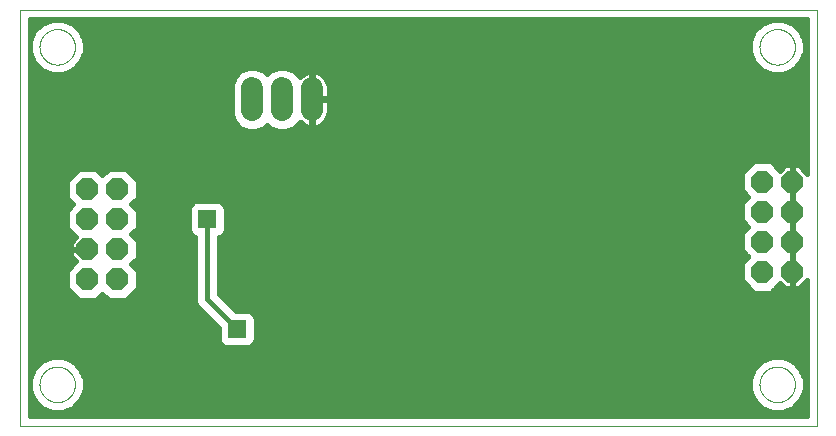
<source format=gbl>
G75*
%MOIN*%
%OFA0B0*%
%FSLAX25Y25*%
%IPPOS*%
%LPD*%
%AMOC8*
5,1,8,0,0,1.08239X$1,22.5*
%
%ADD10C,0.00000*%
%ADD11C,0.07400*%
%ADD12OC8,0.07400*%
%ADD13C,0.01600*%
%ADD14R,0.05906X0.05906*%
D10*
X0001000Y0001000D02*
X0001000Y0139626D01*
X0266614Y0139626D01*
X0266614Y0001000D01*
X0001000Y0001000D01*
X0007519Y0014740D02*
X0007521Y0014893D01*
X0007527Y0015047D01*
X0007537Y0015200D01*
X0007551Y0015352D01*
X0007569Y0015505D01*
X0007591Y0015656D01*
X0007616Y0015807D01*
X0007646Y0015958D01*
X0007680Y0016108D01*
X0007717Y0016256D01*
X0007758Y0016404D01*
X0007803Y0016550D01*
X0007852Y0016696D01*
X0007905Y0016840D01*
X0007961Y0016982D01*
X0008021Y0017123D01*
X0008085Y0017263D01*
X0008152Y0017401D01*
X0008223Y0017537D01*
X0008298Y0017671D01*
X0008375Y0017803D01*
X0008457Y0017933D01*
X0008541Y0018061D01*
X0008629Y0018187D01*
X0008720Y0018310D01*
X0008814Y0018431D01*
X0008912Y0018549D01*
X0009012Y0018665D01*
X0009116Y0018778D01*
X0009222Y0018889D01*
X0009331Y0018997D01*
X0009443Y0019102D01*
X0009557Y0019203D01*
X0009675Y0019302D01*
X0009794Y0019398D01*
X0009916Y0019491D01*
X0010041Y0019580D01*
X0010168Y0019667D01*
X0010297Y0019749D01*
X0010428Y0019829D01*
X0010561Y0019905D01*
X0010696Y0019978D01*
X0010833Y0020047D01*
X0010972Y0020112D01*
X0011112Y0020174D01*
X0011254Y0020232D01*
X0011397Y0020287D01*
X0011542Y0020338D01*
X0011688Y0020385D01*
X0011835Y0020428D01*
X0011983Y0020467D01*
X0012132Y0020503D01*
X0012282Y0020534D01*
X0012433Y0020562D01*
X0012584Y0020586D01*
X0012737Y0020606D01*
X0012889Y0020622D01*
X0013042Y0020634D01*
X0013195Y0020642D01*
X0013348Y0020646D01*
X0013502Y0020646D01*
X0013655Y0020642D01*
X0013808Y0020634D01*
X0013961Y0020622D01*
X0014113Y0020606D01*
X0014266Y0020586D01*
X0014417Y0020562D01*
X0014568Y0020534D01*
X0014718Y0020503D01*
X0014867Y0020467D01*
X0015015Y0020428D01*
X0015162Y0020385D01*
X0015308Y0020338D01*
X0015453Y0020287D01*
X0015596Y0020232D01*
X0015738Y0020174D01*
X0015878Y0020112D01*
X0016017Y0020047D01*
X0016154Y0019978D01*
X0016289Y0019905D01*
X0016422Y0019829D01*
X0016553Y0019749D01*
X0016682Y0019667D01*
X0016809Y0019580D01*
X0016934Y0019491D01*
X0017056Y0019398D01*
X0017175Y0019302D01*
X0017293Y0019203D01*
X0017407Y0019102D01*
X0017519Y0018997D01*
X0017628Y0018889D01*
X0017734Y0018778D01*
X0017838Y0018665D01*
X0017938Y0018549D01*
X0018036Y0018431D01*
X0018130Y0018310D01*
X0018221Y0018187D01*
X0018309Y0018061D01*
X0018393Y0017933D01*
X0018475Y0017803D01*
X0018552Y0017671D01*
X0018627Y0017537D01*
X0018698Y0017401D01*
X0018765Y0017263D01*
X0018829Y0017123D01*
X0018889Y0016982D01*
X0018945Y0016840D01*
X0018998Y0016696D01*
X0019047Y0016550D01*
X0019092Y0016404D01*
X0019133Y0016256D01*
X0019170Y0016108D01*
X0019204Y0015958D01*
X0019234Y0015807D01*
X0019259Y0015656D01*
X0019281Y0015505D01*
X0019299Y0015352D01*
X0019313Y0015200D01*
X0019323Y0015047D01*
X0019329Y0014893D01*
X0019331Y0014740D01*
X0019329Y0014587D01*
X0019323Y0014433D01*
X0019313Y0014280D01*
X0019299Y0014128D01*
X0019281Y0013975D01*
X0019259Y0013824D01*
X0019234Y0013673D01*
X0019204Y0013522D01*
X0019170Y0013372D01*
X0019133Y0013224D01*
X0019092Y0013076D01*
X0019047Y0012930D01*
X0018998Y0012784D01*
X0018945Y0012640D01*
X0018889Y0012498D01*
X0018829Y0012357D01*
X0018765Y0012217D01*
X0018698Y0012079D01*
X0018627Y0011943D01*
X0018552Y0011809D01*
X0018475Y0011677D01*
X0018393Y0011547D01*
X0018309Y0011419D01*
X0018221Y0011293D01*
X0018130Y0011170D01*
X0018036Y0011049D01*
X0017938Y0010931D01*
X0017838Y0010815D01*
X0017734Y0010702D01*
X0017628Y0010591D01*
X0017519Y0010483D01*
X0017407Y0010378D01*
X0017293Y0010277D01*
X0017175Y0010178D01*
X0017056Y0010082D01*
X0016934Y0009989D01*
X0016809Y0009900D01*
X0016682Y0009813D01*
X0016553Y0009731D01*
X0016422Y0009651D01*
X0016289Y0009575D01*
X0016154Y0009502D01*
X0016017Y0009433D01*
X0015878Y0009368D01*
X0015738Y0009306D01*
X0015596Y0009248D01*
X0015453Y0009193D01*
X0015308Y0009142D01*
X0015162Y0009095D01*
X0015015Y0009052D01*
X0014867Y0009013D01*
X0014718Y0008977D01*
X0014568Y0008946D01*
X0014417Y0008918D01*
X0014266Y0008894D01*
X0014113Y0008874D01*
X0013961Y0008858D01*
X0013808Y0008846D01*
X0013655Y0008838D01*
X0013502Y0008834D01*
X0013348Y0008834D01*
X0013195Y0008838D01*
X0013042Y0008846D01*
X0012889Y0008858D01*
X0012737Y0008874D01*
X0012584Y0008894D01*
X0012433Y0008918D01*
X0012282Y0008946D01*
X0012132Y0008977D01*
X0011983Y0009013D01*
X0011835Y0009052D01*
X0011688Y0009095D01*
X0011542Y0009142D01*
X0011397Y0009193D01*
X0011254Y0009248D01*
X0011112Y0009306D01*
X0010972Y0009368D01*
X0010833Y0009433D01*
X0010696Y0009502D01*
X0010561Y0009575D01*
X0010428Y0009651D01*
X0010297Y0009731D01*
X0010168Y0009813D01*
X0010041Y0009900D01*
X0009916Y0009989D01*
X0009794Y0010082D01*
X0009675Y0010178D01*
X0009557Y0010277D01*
X0009443Y0010378D01*
X0009331Y0010483D01*
X0009222Y0010591D01*
X0009116Y0010702D01*
X0009012Y0010815D01*
X0008912Y0010931D01*
X0008814Y0011049D01*
X0008720Y0011170D01*
X0008629Y0011293D01*
X0008541Y0011419D01*
X0008457Y0011547D01*
X0008375Y0011677D01*
X0008298Y0011809D01*
X0008223Y0011943D01*
X0008152Y0012079D01*
X0008085Y0012217D01*
X0008021Y0012357D01*
X0007961Y0012498D01*
X0007905Y0012640D01*
X0007852Y0012784D01*
X0007803Y0012930D01*
X0007758Y0013076D01*
X0007717Y0013224D01*
X0007680Y0013372D01*
X0007646Y0013522D01*
X0007616Y0013673D01*
X0007591Y0013824D01*
X0007569Y0013975D01*
X0007551Y0014128D01*
X0007537Y0014280D01*
X0007527Y0014433D01*
X0007521Y0014587D01*
X0007519Y0014740D01*
X0007519Y0127240D02*
X0007521Y0127393D01*
X0007527Y0127547D01*
X0007537Y0127700D01*
X0007551Y0127852D01*
X0007569Y0128005D01*
X0007591Y0128156D01*
X0007616Y0128307D01*
X0007646Y0128458D01*
X0007680Y0128608D01*
X0007717Y0128756D01*
X0007758Y0128904D01*
X0007803Y0129050D01*
X0007852Y0129196D01*
X0007905Y0129340D01*
X0007961Y0129482D01*
X0008021Y0129623D01*
X0008085Y0129763D01*
X0008152Y0129901D01*
X0008223Y0130037D01*
X0008298Y0130171D01*
X0008375Y0130303D01*
X0008457Y0130433D01*
X0008541Y0130561D01*
X0008629Y0130687D01*
X0008720Y0130810D01*
X0008814Y0130931D01*
X0008912Y0131049D01*
X0009012Y0131165D01*
X0009116Y0131278D01*
X0009222Y0131389D01*
X0009331Y0131497D01*
X0009443Y0131602D01*
X0009557Y0131703D01*
X0009675Y0131802D01*
X0009794Y0131898D01*
X0009916Y0131991D01*
X0010041Y0132080D01*
X0010168Y0132167D01*
X0010297Y0132249D01*
X0010428Y0132329D01*
X0010561Y0132405D01*
X0010696Y0132478D01*
X0010833Y0132547D01*
X0010972Y0132612D01*
X0011112Y0132674D01*
X0011254Y0132732D01*
X0011397Y0132787D01*
X0011542Y0132838D01*
X0011688Y0132885D01*
X0011835Y0132928D01*
X0011983Y0132967D01*
X0012132Y0133003D01*
X0012282Y0133034D01*
X0012433Y0133062D01*
X0012584Y0133086D01*
X0012737Y0133106D01*
X0012889Y0133122D01*
X0013042Y0133134D01*
X0013195Y0133142D01*
X0013348Y0133146D01*
X0013502Y0133146D01*
X0013655Y0133142D01*
X0013808Y0133134D01*
X0013961Y0133122D01*
X0014113Y0133106D01*
X0014266Y0133086D01*
X0014417Y0133062D01*
X0014568Y0133034D01*
X0014718Y0133003D01*
X0014867Y0132967D01*
X0015015Y0132928D01*
X0015162Y0132885D01*
X0015308Y0132838D01*
X0015453Y0132787D01*
X0015596Y0132732D01*
X0015738Y0132674D01*
X0015878Y0132612D01*
X0016017Y0132547D01*
X0016154Y0132478D01*
X0016289Y0132405D01*
X0016422Y0132329D01*
X0016553Y0132249D01*
X0016682Y0132167D01*
X0016809Y0132080D01*
X0016934Y0131991D01*
X0017056Y0131898D01*
X0017175Y0131802D01*
X0017293Y0131703D01*
X0017407Y0131602D01*
X0017519Y0131497D01*
X0017628Y0131389D01*
X0017734Y0131278D01*
X0017838Y0131165D01*
X0017938Y0131049D01*
X0018036Y0130931D01*
X0018130Y0130810D01*
X0018221Y0130687D01*
X0018309Y0130561D01*
X0018393Y0130433D01*
X0018475Y0130303D01*
X0018552Y0130171D01*
X0018627Y0130037D01*
X0018698Y0129901D01*
X0018765Y0129763D01*
X0018829Y0129623D01*
X0018889Y0129482D01*
X0018945Y0129340D01*
X0018998Y0129196D01*
X0019047Y0129050D01*
X0019092Y0128904D01*
X0019133Y0128756D01*
X0019170Y0128608D01*
X0019204Y0128458D01*
X0019234Y0128307D01*
X0019259Y0128156D01*
X0019281Y0128005D01*
X0019299Y0127852D01*
X0019313Y0127700D01*
X0019323Y0127547D01*
X0019329Y0127393D01*
X0019331Y0127240D01*
X0019329Y0127087D01*
X0019323Y0126933D01*
X0019313Y0126780D01*
X0019299Y0126628D01*
X0019281Y0126475D01*
X0019259Y0126324D01*
X0019234Y0126173D01*
X0019204Y0126022D01*
X0019170Y0125872D01*
X0019133Y0125724D01*
X0019092Y0125576D01*
X0019047Y0125430D01*
X0018998Y0125284D01*
X0018945Y0125140D01*
X0018889Y0124998D01*
X0018829Y0124857D01*
X0018765Y0124717D01*
X0018698Y0124579D01*
X0018627Y0124443D01*
X0018552Y0124309D01*
X0018475Y0124177D01*
X0018393Y0124047D01*
X0018309Y0123919D01*
X0018221Y0123793D01*
X0018130Y0123670D01*
X0018036Y0123549D01*
X0017938Y0123431D01*
X0017838Y0123315D01*
X0017734Y0123202D01*
X0017628Y0123091D01*
X0017519Y0122983D01*
X0017407Y0122878D01*
X0017293Y0122777D01*
X0017175Y0122678D01*
X0017056Y0122582D01*
X0016934Y0122489D01*
X0016809Y0122400D01*
X0016682Y0122313D01*
X0016553Y0122231D01*
X0016422Y0122151D01*
X0016289Y0122075D01*
X0016154Y0122002D01*
X0016017Y0121933D01*
X0015878Y0121868D01*
X0015738Y0121806D01*
X0015596Y0121748D01*
X0015453Y0121693D01*
X0015308Y0121642D01*
X0015162Y0121595D01*
X0015015Y0121552D01*
X0014867Y0121513D01*
X0014718Y0121477D01*
X0014568Y0121446D01*
X0014417Y0121418D01*
X0014266Y0121394D01*
X0014113Y0121374D01*
X0013961Y0121358D01*
X0013808Y0121346D01*
X0013655Y0121338D01*
X0013502Y0121334D01*
X0013348Y0121334D01*
X0013195Y0121338D01*
X0013042Y0121346D01*
X0012889Y0121358D01*
X0012737Y0121374D01*
X0012584Y0121394D01*
X0012433Y0121418D01*
X0012282Y0121446D01*
X0012132Y0121477D01*
X0011983Y0121513D01*
X0011835Y0121552D01*
X0011688Y0121595D01*
X0011542Y0121642D01*
X0011397Y0121693D01*
X0011254Y0121748D01*
X0011112Y0121806D01*
X0010972Y0121868D01*
X0010833Y0121933D01*
X0010696Y0122002D01*
X0010561Y0122075D01*
X0010428Y0122151D01*
X0010297Y0122231D01*
X0010168Y0122313D01*
X0010041Y0122400D01*
X0009916Y0122489D01*
X0009794Y0122582D01*
X0009675Y0122678D01*
X0009557Y0122777D01*
X0009443Y0122878D01*
X0009331Y0122983D01*
X0009222Y0123091D01*
X0009116Y0123202D01*
X0009012Y0123315D01*
X0008912Y0123431D01*
X0008814Y0123549D01*
X0008720Y0123670D01*
X0008629Y0123793D01*
X0008541Y0123919D01*
X0008457Y0124047D01*
X0008375Y0124177D01*
X0008298Y0124309D01*
X0008223Y0124443D01*
X0008152Y0124579D01*
X0008085Y0124717D01*
X0008021Y0124857D01*
X0007961Y0124998D01*
X0007905Y0125140D01*
X0007852Y0125284D01*
X0007803Y0125430D01*
X0007758Y0125576D01*
X0007717Y0125724D01*
X0007680Y0125872D01*
X0007646Y0126022D01*
X0007616Y0126173D01*
X0007591Y0126324D01*
X0007569Y0126475D01*
X0007551Y0126628D01*
X0007537Y0126780D01*
X0007527Y0126933D01*
X0007521Y0127087D01*
X0007519Y0127240D01*
X0247519Y0127240D02*
X0247521Y0127393D01*
X0247527Y0127547D01*
X0247537Y0127700D01*
X0247551Y0127852D01*
X0247569Y0128005D01*
X0247591Y0128156D01*
X0247616Y0128307D01*
X0247646Y0128458D01*
X0247680Y0128608D01*
X0247717Y0128756D01*
X0247758Y0128904D01*
X0247803Y0129050D01*
X0247852Y0129196D01*
X0247905Y0129340D01*
X0247961Y0129482D01*
X0248021Y0129623D01*
X0248085Y0129763D01*
X0248152Y0129901D01*
X0248223Y0130037D01*
X0248298Y0130171D01*
X0248375Y0130303D01*
X0248457Y0130433D01*
X0248541Y0130561D01*
X0248629Y0130687D01*
X0248720Y0130810D01*
X0248814Y0130931D01*
X0248912Y0131049D01*
X0249012Y0131165D01*
X0249116Y0131278D01*
X0249222Y0131389D01*
X0249331Y0131497D01*
X0249443Y0131602D01*
X0249557Y0131703D01*
X0249675Y0131802D01*
X0249794Y0131898D01*
X0249916Y0131991D01*
X0250041Y0132080D01*
X0250168Y0132167D01*
X0250297Y0132249D01*
X0250428Y0132329D01*
X0250561Y0132405D01*
X0250696Y0132478D01*
X0250833Y0132547D01*
X0250972Y0132612D01*
X0251112Y0132674D01*
X0251254Y0132732D01*
X0251397Y0132787D01*
X0251542Y0132838D01*
X0251688Y0132885D01*
X0251835Y0132928D01*
X0251983Y0132967D01*
X0252132Y0133003D01*
X0252282Y0133034D01*
X0252433Y0133062D01*
X0252584Y0133086D01*
X0252737Y0133106D01*
X0252889Y0133122D01*
X0253042Y0133134D01*
X0253195Y0133142D01*
X0253348Y0133146D01*
X0253502Y0133146D01*
X0253655Y0133142D01*
X0253808Y0133134D01*
X0253961Y0133122D01*
X0254113Y0133106D01*
X0254266Y0133086D01*
X0254417Y0133062D01*
X0254568Y0133034D01*
X0254718Y0133003D01*
X0254867Y0132967D01*
X0255015Y0132928D01*
X0255162Y0132885D01*
X0255308Y0132838D01*
X0255453Y0132787D01*
X0255596Y0132732D01*
X0255738Y0132674D01*
X0255878Y0132612D01*
X0256017Y0132547D01*
X0256154Y0132478D01*
X0256289Y0132405D01*
X0256422Y0132329D01*
X0256553Y0132249D01*
X0256682Y0132167D01*
X0256809Y0132080D01*
X0256934Y0131991D01*
X0257056Y0131898D01*
X0257175Y0131802D01*
X0257293Y0131703D01*
X0257407Y0131602D01*
X0257519Y0131497D01*
X0257628Y0131389D01*
X0257734Y0131278D01*
X0257838Y0131165D01*
X0257938Y0131049D01*
X0258036Y0130931D01*
X0258130Y0130810D01*
X0258221Y0130687D01*
X0258309Y0130561D01*
X0258393Y0130433D01*
X0258475Y0130303D01*
X0258552Y0130171D01*
X0258627Y0130037D01*
X0258698Y0129901D01*
X0258765Y0129763D01*
X0258829Y0129623D01*
X0258889Y0129482D01*
X0258945Y0129340D01*
X0258998Y0129196D01*
X0259047Y0129050D01*
X0259092Y0128904D01*
X0259133Y0128756D01*
X0259170Y0128608D01*
X0259204Y0128458D01*
X0259234Y0128307D01*
X0259259Y0128156D01*
X0259281Y0128005D01*
X0259299Y0127852D01*
X0259313Y0127700D01*
X0259323Y0127547D01*
X0259329Y0127393D01*
X0259331Y0127240D01*
X0259329Y0127087D01*
X0259323Y0126933D01*
X0259313Y0126780D01*
X0259299Y0126628D01*
X0259281Y0126475D01*
X0259259Y0126324D01*
X0259234Y0126173D01*
X0259204Y0126022D01*
X0259170Y0125872D01*
X0259133Y0125724D01*
X0259092Y0125576D01*
X0259047Y0125430D01*
X0258998Y0125284D01*
X0258945Y0125140D01*
X0258889Y0124998D01*
X0258829Y0124857D01*
X0258765Y0124717D01*
X0258698Y0124579D01*
X0258627Y0124443D01*
X0258552Y0124309D01*
X0258475Y0124177D01*
X0258393Y0124047D01*
X0258309Y0123919D01*
X0258221Y0123793D01*
X0258130Y0123670D01*
X0258036Y0123549D01*
X0257938Y0123431D01*
X0257838Y0123315D01*
X0257734Y0123202D01*
X0257628Y0123091D01*
X0257519Y0122983D01*
X0257407Y0122878D01*
X0257293Y0122777D01*
X0257175Y0122678D01*
X0257056Y0122582D01*
X0256934Y0122489D01*
X0256809Y0122400D01*
X0256682Y0122313D01*
X0256553Y0122231D01*
X0256422Y0122151D01*
X0256289Y0122075D01*
X0256154Y0122002D01*
X0256017Y0121933D01*
X0255878Y0121868D01*
X0255738Y0121806D01*
X0255596Y0121748D01*
X0255453Y0121693D01*
X0255308Y0121642D01*
X0255162Y0121595D01*
X0255015Y0121552D01*
X0254867Y0121513D01*
X0254718Y0121477D01*
X0254568Y0121446D01*
X0254417Y0121418D01*
X0254266Y0121394D01*
X0254113Y0121374D01*
X0253961Y0121358D01*
X0253808Y0121346D01*
X0253655Y0121338D01*
X0253502Y0121334D01*
X0253348Y0121334D01*
X0253195Y0121338D01*
X0253042Y0121346D01*
X0252889Y0121358D01*
X0252737Y0121374D01*
X0252584Y0121394D01*
X0252433Y0121418D01*
X0252282Y0121446D01*
X0252132Y0121477D01*
X0251983Y0121513D01*
X0251835Y0121552D01*
X0251688Y0121595D01*
X0251542Y0121642D01*
X0251397Y0121693D01*
X0251254Y0121748D01*
X0251112Y0121806D01*
X0250972Y0121868D01*
X0250833Y0121933D01*
X0250696Y0122002D01*
X0250561Y0122075D01*
X0250428Y0122151D01*
X0250297Y0122231D01*
X0250168Y0122313D01*
X0250041Y0122400D01*
X0249916Y0122489D01*
X0249794Y0122582D01*
X0249675Y0122678D01*
X0249557Y0122777D01*
X0249443Y0122878D01*
X0249331Y0122983D01*
X0249222Y0123091D01*
X0249116Y0123202D01*
X0249012Y0123315D01*
X0248912Y0123431D01*
X0248814Y0123549D01*
X0248720Y0123670D01*
X0248629Y0123793D01*
X0248541Y0123919D01*
X0248457Y0124047D01*
X0248375Y0124177D01*
X0248298Y0124309D01*
X0248223Y0124443D01*
X0248152Y0124579D01*
X0248085Y0124717D01*
X0248021Y0124857D01*
X0247961Y0124998D01*
X0247905Y0125140D01*
X0247852Y0125284D01*
X0247803Y0125430D01*
X0247758Y0125576D01*
X0247717Y0125724D01*
X0247680Y0125872D01*
X0247646Y0126022D01*
X0247616Y0126173D01*
X0247591Y0126324D01*
X0247569Y0126475D01*
X0247551Y0126628D01*
X0247537Y0126780D01*
X0247527Y0126933D01*
X0247521Y0127087D01*
X0247519Y0127240D01*
X0247519Y0014740D02*
X0247521Y0014893D01*
X0247527Y0015047D01*
X0247537Y0015200D01*
X0247551Y0015352D01*
X0247569Y0015505D01*
X0247591Y0015656D01*
X0247616Y0015807D01*
X0247646Y0015958D01*
X0247680Y0016108D01*
X0247717Y0016256D01*
X0247758Y0016404D01*
X0247803Y0016550D01*
X0247852Y0016696D01*
X0247905Y0016840D01*
X0247961Y0016982D01*
X0248021Y0017123D01*
X0248085Y0017263D01*
X0248152Y0017401D01*
X0248223Y0017537D01*
X0248298Y0017671D01*
X0248375Y0017803D01*
X0248457Y0017933D01*
X0248541Y0018061D01*
X0248629Y0018187D01*
X0248720Y0018310D01*
X0248814Y0018431D01*
X0248912Y0018549D01*
X0249012Y0018665D01*
X0249116Y0018778D01*
X0249222Y0018889D01*
X0249331Y0018997D01*
X0249443Y0019102D01*
X0249557Y0019203D01*
X0249675Y0019302D01*
X0249794Y0019398D01*
X0249916Y0019491D01*
X0250041Y0019580D01*
X0250168Y0019667D01*
X0250297Y0019749D01*
X0250428Y0019829D01*
X0250561Y0019905D01*
X0250696Y0019978D01*
X0250833Y0020047D01*
X0250972Y0020112D01*
X0251112Y0020174D01*
X0251254Y0020232D01*
X0251397Y0020287D01*
X0251542Y0020338D01*
X0251688Y0020385D01*
X0251835Y0020428D01*
X0251983Y0020467D01*
X0252132Y0020503D01*
X0252282Y0020534D01*
X0252433Y0020562D01*
X0252584Y0020586D01*
X0252737Y0020606D01*
X0252889Y0020622D01*
X0253042Y0020634D01*
X0253195Y0020642D01*
X0253348Y0020646D01*
X0253502Y0020646D01*
X0253655Y0020642D01*
X0253808Y0020634D01*
X0253961Y0020622D01*
X0254113Y0020606D01*
X0254266Y0020586D01*
X0254417Y0020562D01*
X0254568Y0020534D01*
X0254718Y0020503D01*
X0254867Y0020467D01*
X0255015Y0020428D01*
X0255162Y0020385D01*
X0255308Y0020338D01*
X0255453Y0020287D01*
X0255596Y0020232D01*
X0255738Y0020174D01*
X0255878Y0020112D01*
X0256017Y0020047D01*
X0256154Y0019978D01*
X0256289Y0019905D01*
X0256422Y0019829D01*
X0256553Y0019749D01*
X0256682Y0019667D01*
X0256809Y0019580D01*
X0256934Y0019491D01*
X0257056Y0019398D01*
X0257175Y0019302D01*
X0257293Y0019203D01*
X0257407Y0019102D01*
X0257519Y0018997D01*
X0257628Y0018889D01*
X0257734Y0018778D01*
X0257838Y0018665D01*
X0257938Y0018549D01*
X0258036Y0018431D01*
X0258130Y0018310D01*
X0258221Y0018187D01*
X0258309Y0018061D01*
X0258393Y0017933D01*
X0258475Y0017803D01*
X0258552Y0017671D01*
X0258627Y0017537D01*
X0258698Y0017401D01*
X0258765Y0017263D01*
X0258829Y0017123D01*
X0258889Y0016982D01*
X0258945Y0016840D01*
X0258998Y0016696D01*
X0259047Y0016550D01*
X0259092Y0016404D01*
X0259133Y0016256D01*
X0259170Y0016108D01*
X0259204Y0015958D01*
X0259234Y0015807D01*
X0259259Y0015656D01*
X0259281Y0015505D01*
X0259299Y0015352D01*
X0259313Y0015200D01*
X0259323Y0015047D01*
X0259329Y0014893D01*
X0259331Y0014740D01*
X0259329Y0014587D01*
X0259323Y0014433D01*
X0259313Y0014280D01*
X0259299Y0014128D01*
X0259281Y0013975D01*
X0259259Y0013824D01*
X0259234Y0013673D01*
X0259204Y0013522D01*
X0259170Y0013372D01*
X0259133Y0013224D01*
X0259092Y0013076D01*
X0259047Y0012930D01*
X0258998Y0012784D01*
X0258945Y0012640D01*
X0258889Y0012498D01*
X0258829Y0012357D01*
X0258765Y0012217D01*
X0258698Y0012079D01*
X0258627Y0011943D01*
X0258552Y0011809D01*
X0258475Y0011677D01*
X0258393Y0011547D01*
X0258309Y0011419D01*
X0258221Y0011293D01*
X0258130Y0011170D01*
X0258036Y0011049D01*
X0257938Y0010931D01*
X0257838Y0010815D01*
X0257734Y0010702D01*
X0257628Y0010591D01*
X0257519Y0010483D01*
X0257407Y0010378D01*
X0257293Y0010277D01*
X0257175Y0010178D01*
X0257056Y0010082D01*
X0256934Y0009989D01*
X0256809Y0009900D01*
X0256682Y0009813D01*
X0256553Y0009731D01*
X0256422Y0009651D01*
X0256289Y0009575D01*
X0256154Y0009502D01*
X0256017Y0009433D01*
X0255878Y0009368D01*
X0255738Y0009306D01*
X0255596Y0009248D01*
X0255453Y0009193D01*
X0255308Y0009142D01*
X0255162Y0009095D01*
X0255015Y0009052D01*
X0254867Y0009013D01*
X0254718Y0008977D01*
X0254568Y0008946D01*
X0254417Y0008918D01*
X0254266Y0008894D01*
X0254113Y0008874D01*
X0253961Y0008858D01*
X0253808Y0008846D01*
X0253655Y0008838D01*
X0253502Y0008834D01*
X0253348Y0008834D01*
X0253195Y0008838D01*
X0253042Y0008846D01*
X0252889Y0008858D01*
X0252737Y0008874D01*
X0252584Y0008894D01*
X0252433Y0008918D01*
X0252282Y0008946D01*
X0252132Y0008977D01*
X0251983Y0009013D01*
X0251835Y0009052D01*
X0251688Y0009095D01*
X0251542Y0009142D01*
X0251397Y0009193D01*
X0251254Y0009248D01*
X0251112Y0009306D01*
X0250972Y0009368D01*
X0250833Y0009433D01*
X0250696Y0009502D01*
X0250561Y0009575D01*
X0250428Y0009651D01*
X0250297Y0009731D01*
X0250168Y0009813D01*
X0250041Y0009900D01*
X0249916Y0009989D01*
X0249794Y0010082D01*
X0249675Y0010178D01*
X0249557Y0010277D01*
X0249443Y0010378D01*
X0249331Y0010483D01*
X0249222Y0010591D01*
X0249116Y0010702D01*
X0249012Y0010815D01*
X0248912Y0010931D01*
X0248814Y0011049D01*
X0248720Y0011170D01*
X0248629Y0011293D01*
X0248541Y0011419D01*
X0248457Y0011547D01*
X0248375Y0011677D01*
X0248298Y0011809D01*
X0248223Y0011943D01*
X0248152Y0012079D01*
X0248085Y0012217D01*
X0248021Y0012357D01*
X0247961Y0012498D01*
X0247905Y0012640D01*
X0247852Y0012784D01*
X0247803Y0012930D01*
X0247758Y0013076D01*
X0247717Y0013224D01*
X0247680Y0013372D01*
X0247646Y0013522D01*
X0247616Y0013673D01*
X0247591Y0013824D01*
X0247569Y0013975D01*
X0247551Y0014128D01*
X0247537Y0014280D01*
X0247527Y0014433D01*
X0247521Y0014587D01*
X0247519Y0014740D01*
D11*
X0098425Y0106040D02*
X0098425Y0113440D01*
X0088425Y0113440D02*
X0088425Y0106040D01*
X0078425Y0106040D02*
X0078425Y0113440D01*
D12*
X0033425Y0079740D03*
X0023425Y0079740D03*
X0023425Y0069740D03*
X0033425Y0069740D03*
X0033425Y0059740D03*
X0023425Y0059740D03*
X0023425Y0049740D03*
X0033425Y0049740D03*
X0248425Y0052240D03*
X0258425Y0052240D03*
X0258425Y0062240D03*
X0248425Y0062240D03*
X0248425Y0072240D03*
X0258425Y0072240D03*
X0258425Y0082240D03*
X0248425Y0082240D03*
D13*
X0243667Y0077240D02*
X0241525Y0079382D01*
X0241525Y0085098D01*
X0245567Y0089140D01*
X0251283Y0089140D01*
X0254415Y0086008D01*
X0256147Y0087740D01*
X0258225Y0087740D01*
X0258225Y0082440D01*
X0258625Y0082440D01*
X0258625Y0087740D01*
X0260703Y0087740D01*
X0263414Y0085029D01*
X0263414Y0136369D01*
X0004200Y0136369D01*
X0004200Y0004200D01*
X0263414Y0004200D01*
X0263414Y0049451D01*
X0260703Y0046740D01*
X0258625Y0046740D01*
X0258625Y0052040D01*
X0258225Y0052040D01*
X0258225Y0046740D01*
X0256147Y0046740D01*
X0254415Y0048472D01*
X0251283Y0045340D01*
X0245567Y0045340D01*
X0241525Y0049382D01*
X0241525Y0055098D01*
X0243667Y0057240D01*
X0241525Y0059382D01*
X0241525Y0065098D01*
X0243667Y0067240D01*
X0241525Y0069382D01*
X0241525Y0075098D01*
X0243667Y0077240D01*
X0242988Y0076562D02*
X0040005Y0076562D01*
X0040325Y0076882D02*
X0038183Y0074740D01*
X0040325Y0072598D01*
X0040325Y0066882D01*
X0038183Y0064740D01*
X0040325Y0062598D01*
X0040325Y0056882D01*
X0038183Y0054740D01*
X0040325Y0052598D01*
X0040325Y0046882D01*
X0036283Y0042840D01*
X0030567Y0042840D01*
X0028425Y0044982D01*
X0026283Y0042840D01*
X0020567Y0042840D01*
X0016525Y0046882D01*
X0016525Y0052598D01*
X0019657Y0055730D01*
X0017925Y0057462D01*
X0017925Y0059540D01*
X0023225Y0059540D01*
X0023225Y0059940D01*
X0017925Y0059940D01*
X0017925Y0062018D01*
X0019657Y0063750D01*
X0016525Y0066882D01*
X0016525Y0072598D01*
X0018667Y0074740D01*
X0016525Y0076882D01*
X0016525Y0082598D01*
X0020567Y0086640D01*
X0026283Y0086640D01*
X0028425Y0084498D01*
X0030567Y0086640D01*
X0036283Y0086640D01*
X0040325Y0082598D01*
X0040325Y0076882D01*
X0040325Y0078160D02*
X0242747Y0078160D01*
X0241525Y0079759D02*
X0040325Y0079759D01*
X0040325Y0081357D02*
X0241525Y0081357D01*
X0241525Y0082956D02*
X0039968Y0082956D01*
X0038369Y0084554D02*
X0241525Y0084554D01*
X0242580Y0086153D02*
X0036771Y0086153D01*
X0030080Y0086153D02*
X0026771Y0086153D01*
X0028369Y0084554D02*
X0028481Y0084554D01*
X0020080Y0086153D02*
X0004200Y0086153D01*
X0004200Y0087751D02*
X0244178Y0087751D01*
X0252672Y0087751D02*
X0263414Y0087751D01*
X0263414Y0086153D02*
X0262291Y0086153D01*
X0263414Y0089350D02*
X0004200Y0089350D01*
X0004200Y0090948D02*
X0263414Y0090948D01*
X0263414Y0092547D02*
X0004200Y0092547D01*
X0004200Y0094145D02*
X0263414Y0094145D01*
X0263414Y0095744D02*
X0004200Y0095744D01*
X0004200Y0097342D02*
X0263414Y0097342D01*
X0263414Y0098941D02*
X0004200Y0098941D01*
X0004200Y0100539D02*
X0074168Y0100539D01*
X0074517Y0100191D02*
X0077053Y0099140D01*
X0079798Y0099140D01*
X0082334Y0100191D01*
X0083425Y0101282D01*
X0084517Y0100191D01*
X0087053Y0099140D01*
X0089798Y0099140D01*
X0092334Y0100191D01*
X0094275Y0102132D01*
X0094357Y0102330D01*
X0094842Y0101845D01*
X0095543Y0101336D01*
X0096314Y0100943D01*
X0097137Y0100676D01*
X0097992Y0100540D01*
X0098125Y0100540D01*
X0098125Y0109440D01*
X0098725Y0109440D01*
X0098725Y0100540D01*
X0098858Y0100540D01*
X0099713Y0100676D01*
X0100536Y0100943D01*
X0101308Y0101336D01*
X0102008Y0101845D01*
X0102620Y0102457D01*
X0103129Y0103158D01*
X0103522Y0103929D01*
X0103790Y0104752D01*
X0103925Y0105607D01*
X0103925Y0109440D01*
X0098725Y0109440D01*
X0098725Y0110040D01*
X0098125Y0110040D01*
X0098125Y0118940D01*
X0097992Y0118940D01*
X0097137Y0118805D01*
X0096314Y0118537D01*
X0095543Y0118144D01*
X0094842Y0117635D01*
X0094357Y0117150D01*
X0094275Y0117349D01*
X0092334Y0119290D01*
X0089798Y0120340D01*
X0087053Y0120340D01*
X0084517Y0119290D01*
X0083425Y0118198D01*
X0082334Y0119290D01*
X0079798Y0120340D01*
X0077053Y0120340D01*
X0074517Y0119290D01*
X0072576Y0117349D01*
X0071525Y0114813D01*
X0071525Y0104668D01*
X0072576Y0102132D01*
X0074517Y0100191D01*
X0072573Y0102138D02*
X0004200Y0102138D01*
X0004200Y0103736D02*
X0071911Y0103736D01*
X0071525Y0105335D02*
X0004200Y0105335D01*
X0004200Y0106933D02*
X0071525Y0106933D01*
X0071525Y0108532D02*
X0004200Y0108532D01*
X0004200Y0110130D02*
X0071525Y0110130D01*
X0071525Y0111729D02*
X0004200Y0111729D01*
X0004200Y0113327D02*
X0071525Y0113327D01*
X0071572Y0114926D02*
X0004200Y0114926D01*
X0004200Y0116524D02*
X0072234Y0116524D01*
X0073350Y0118123D02*
X0004200Y0118123D01*
X0004200Y0119721D02*
X0008067Y0119721D01*
X0008267Y0119521D02*
X0005706Y0122082D01*
X0004320Y0125429D01*
X0004320Y0129051D01*
X0005706Y0132398D01*
X0008267Y0134959D01*
X0011614Y0136346D01*
X0015236Y0136346D01*
X0018583Y0134959D01*
X0021144Y0132398D01*
X0022531Y0129051D01*
X0022531Y0125429D01*
X0021144Y0122082D01*
X0018583Y0119521D01*
X0015236Y0118135D01*
X0011614Y0118135D01*
X0008267Y0119521D01*
X0006468Y0121320D02*
X0004200Y0121320D01*
X0004200Y0122918D02*
X0005360Y0122918D01*
X0004697Y0124517D02*
X0004200Y0124517D01*
X0004200Y0126115D02*
X0004320Y0126115D01*
X0004320Y0127714D02*
X0004200Y0127714D01*
X0004200Y0129312D02*
X0004428Y0129312D01*
X0004200Y0130911D02*
X0005090Y0130911D01*
X0005817Y0132509D02*
X0004200Y0132509D01*
X0004200Y0134108D02*
X0007416Y0134108D01*
X0010071Y0135706D02*
X0004200Y0135706D01*
X0016780Y0135706D02*
X0250071Y0135706D01*
X0251614Y0136346D02*
X0248267Y0134959D01*
X0245706Y0132398D01*
X0244320Y0129051D01*
X0244320Y0125429D01*
X0245706Y0122082D01*
X0248267Y0119521D01*
X0251614Y0118135D01*
X0255236Y0118135D01*
X0258583Y0119521D01*
X0261144Y0122082D01*
X0262531Y0125429D01*
X0262531Y0129051D01*
X0261144Y0132398D01*
X0258583Y0134959D01*
X0255236Y0136346D01*
X0251614Y0136346D01*
X0256780Y0135706D02*
X0263414Y0135706D01*
X0263414Y0134108D02*
X0259435Y0134108D01*
X0261033Y0132509D02*
X0263414Y0132509D01*
X0263414Y0130911D02*
X0261760Y0130911D01*
X0262423Y0129312D02*
X0263414Y0129312D01*
X0263414Y0127714D02*
X0262531Y0127714D01*
X0262531Y0126115D02*
X0263414Y0126115D01*
X0263414Y0124517D02*
X0262153Y0124517D01*
X0261491Y0122918D02*
X0263414Y0122918D01*
X0263414Y0121320D02*
X0260382Y0121320D01*
X0258783Y0119721D02*
X0263414Y0119721D01*
X0263414Y0118123D02*
X0101337Y0118123D01*
X0101308Y0118144D02*
X0100536Y0118537D01*
X0099713Y0118805D01*
X0098858Y0118940D01*
X0098725Y0118940D01*
X0098725Y0110040D01*
X0103925Y0110040D01*
X0103925Y0113873D01*
X0103790Y0114728D01*
X0103522Y0115551D01*
X0103129Y0116323D01*
X0102620Y0117023D01*
X0102008Y0117635D01*
X0101308Y0118144D01*
X0098725Y0118123D02*
X0098125Y0118123D01*
X0098125Y0116524D02*
X0098725Y0116524D01*
X0098725Y0114926D02*
X0098125Y0114926D01*
X0098125Y0113327D02*
X0098725Y0113327D01*
X0098725Y0111729D02*
X0098125Y0111729D01*
X0098125Y0110130D02*
X0098725Y0110130D01*
X0098725Y0108532D02*
X0098125Y0108532D01*
X0098125Y0106933D02*
X0098725Y0106933D01*
X0098725Y0105335D02*
X0098125Y0105335D01*
X0098125Y0103736D02*
X0098725Y0103736D01*
X0098725Y0102138D02*
X0098125Y0102138D01*
X0094549Y0102138D02*
X0094277Y0102138D01*
X0092682Y0100539D02*
X0263414Y0100539D01*
X0263414Y0102138D02*
X0102301Y0102138D01*
X0103424Y0103736D02*
X0263414Y0103736D01*
X0263414Y0105335D02*
X0103882Y0105335D01*
X0103925Y0106933D02*
X0263414Y0106933D01*
X0263414Y0108532D02*
X0103925Y0108532D01*
X0103925Y0110130D02*
X0263414Y0110130D01*
X0263414Y0111729D02*
X0103925Y0111729D01*
X0103925Y0113327D02*
X0263414Y0113327D01*
X0263414Y0114926D02*
X0103726Y0114926D01*
X0102983Y0116524D02*
X0263414Y0116524D01*
X0248067Y0119721D02*
X0091292Y0119721D01*
X0093501Y0118123D02*
X0095513Y0118123D01*
X0085559Y0119721D02*
X0081292Y0119721D01*
X0075559Y0119721D02*
X0018783Y0119721D01*
X0020382Y0121320D02*
X0246468Y0121320D01*
X0245360Y0122918D02*
X0021491Y0122918D01*
X0022153Y0124517D02*
X0244697Y0124517D01*
X0244320Y0126115D02*
X0022531Y0126115D01*
X0022531Y0127714D02*
X0244320Y0127714D01*
X0244428Y0129312D02*
X0022423Y0129312D01*
X0021760Y0130911D02*
X0245090Y0130911D01*
X0245817Y0132509D02*
X0021033Y0132509D01*
X0019435Y0134108D02*
X0247416Y0134108D01*
X0254271Y0086153D02*
X0254559Y0086153D01*
X0258225Y0086153D02*
X0258625Y0086153D01*
X0258625Y0084554D02*
X0258225Y0084554D01*
X0258225Y0082956D02*
X0258625Y0082956D01*
X0258625Y0082040D02*
X0258625Y0076740D01*
X0258625Y0072440D01*
X0258225Y0072440D01*
X0258225Y0082040D01*
X0258625Y0082040D01*
X0258625Y0081357D02*
X0258225Y0081357D01*
X0258225Y0079759D02*
X0258625Y0079759D01*
X0258625Y0078160D02*
X0258225Y0078160D01*
X0258225Y0076562D02*
X0258625Y0076562D01*
X0258625Y0074963D02*
X0258225Y0074963D01*
X0258225Y0073365D02*
X0258625Y0073365D01*
X0258625Y0072040D02*
X0258625Y0066740D01*
X0258625Y0062440D01*
X0258225Y0062440D01*
X0258225Y0072040D01*
X0258625Y0072040D01*
X0258625Y0071766D02*
X0258225Y0071766D01*
X0258225Y0070167D02*
X0258625Y0070167D01*
X0258625Y0068569D02*
X0258225Y0068569D01*
X0258225Y0066970D02*
X0258625Y0066970D01*
X0258625Y0065372D02*
X0258225Y0065372D01*
X0258225Y0063773D02*
X0258625Y0063773D01*
X0258625Y0062040D02*
X0258625Y0056740D01*
X0258625Y0052440D01*
X0258225Y0052440D01*
X0258225Y0062040D01*
X0258625Y0062040D01*
X0258625Y0060576D02*
X0258225Y0060576D01*
X0258225Y0058978D02*
X0258625Y0058978D01*
X0258625Y0057379D02*
X0258225Y0057379D01*
X0258225Y0055781D02*
X0258625Y0055781D01*
X0258625Y0054182D02*
X0258225Y0054182D01*
X0258225Y0052584D02*
X0258625Y0052584D01*
X0258625Y0050985D02*
X0258225Y0050985D01*
X0258225Y0049387D02*
X0258625Y0049387D01*
X0258625Y0047788D02*
X0258225Y0047788D01*
X0255099Y0047788D02*
X0253731Y0047788D01*
X0252133Y0046190D02*
X0263414Y0046190D01*
X0263414Y0047788D02*
X0261752Y0047788D01*
X0263350Y0049387D02*
X0263414Y0049387D01*
X0263414Y0044591D02*
X0067676Y0044591D01*
X0067435Y0044831D02*
X0067428Y0063759D01*
X0068191Y0064075D01*
X0069091Y0064975D01*
X0069578Y0066151D01*
X0069578Y0073329D01*
X0069091Y0074506D01*
X0068191Y0075406D01*
X0067014Y0075893D01*
X0059836Y0075893D01*
X0058660Y0075406D01*
X0057760Y0074506D01*
X0057272Y0073329D01*
X0057272Y0066151D01*
X0057760Y0064975D01*
X0058660Y0064075D01*
X0059428Y0063757D01*
X0059436Y0043962D01*
X0059435Y0043959D01*
X0059436Y0043165D01*
X0059437Y0042373D01*
X0059437Y0042371D01*
X0059437Y0042368D01*
X0059742Y0041635D01*
X0060046Y0040903D01*
X0060048Y0040901D01*
X0060049Y0040899D01*
X0060610Y0040339D01*
X0061172Y0039778D01*
X0061174Y0039777D01*
X0067272Y0033698D01*
X0067272Y0029623D01*
X0067760Y0028447D01*
X0068660Y0027547D01*
X0069836Y0027060D01*
X0077014Y0027060D01*
X0078191Y0027547D01*
X0079091Y0028447D01*
X0079578Y0029623D01*
X0079578Y0036802D01*
X0079091Y0037978D01*
X0078191Y0038878D01*
X0077014Y0039365D01*
X0072919Y0039365D01*
X0067435Y0044831D01*
X0067435Y0046190D02*
X0244717Y0046190D01*
X0243119Y0047788D02*
X0067434Y0047788D01*
X0067434Y0049387D02*
X0241525Y0049387D01*
X0241525Y0050985D02*
X0067433Y0050985D01*
X0067432Y0052584D02*
X0241525Y0052584D01*
X0241525Y0054182D02*
X0067432Y0054182D01*
X0067431Y0055781D02*
X0242208Y0055781D01*
X0243528Y0057379D02*
X0067430Y0057379D01*
X0067430Y0058978D02*
X0241929Y0058978D01*
X0241525Y0060576D02*
X0067429Y0060576D01*
X0067428Y0062175D02*
X0241525Y0062175D01*
X0241525Y0063773D02*
X0067464Y0063773D01*
X0069255Y0065372D02*
X0241799Y0065372D01*
X0243397Y0066970D02*
X0069578Y0066970D01*
X0069578Y0068569D02*
X0242338Y0068569D01*
X0241525Y0070167D02*
X0069578Y0070167D01*
X0069578Y0071766D02*
X0241525Y0071766D01*
X0241525Y0073365D02*
X0069563Y0073365D01*
X0068633Y0074963D02*
X0241525Y0074963D01*
X0263414Y0042993D02*
X0069280Y0042993D01*
X0070883Y0041394D02*
X0263414Y0041394D01*
X0263414Y0039796D02*
X0072487Y0039796D01*
X0078871Y0038197D02*
X0263414Y0038197D01*
X0263414Y0036599D02*
X0079578Y0036599D01*
X0079578Y0035000D02*
X0263414Y0035000D01*
X0263414Y0033402D02*
X0079578Y0033402D01*
X0079578Y0031803D02*
X0263414Y0031803D01*
X0263414Y0030205D02*
X0079578Y0030205D01*
X0079157Y0028606D02*
X0263414Y0028606D01*
X0263414Y0027008D02*
X0004200Y0027008D01*
X0004200Y0028606D02*
X0067694Y0028606D01*
X0067272Y0030205D02*
X0004200Y0030205D01*
X0004200Y0031803D02*
X0067272Y0031803D01*
X0067272Y0033402D02*
X0004200Y0033402D01*
X0004200Y0035000D02*
X0065966Y0035000D01*
X0064362Y0036599D02*
X0004200Y0036599D01*
X0004200Y0038197D02*
X0062759Y0038197D01*
X0061154Y0039796D02*
X0004200Y0039796D01*
X0004200Y0041394D02*
X0059842Y0041394D01*
X0059436Y0042993D02*
X0036436Y0042993D01*
X0038034Y0044591D02*
X0059436Y0044591D01*
X0059435Y0046190D02*
X0039633Y0046190D01*
X0040325Y0047788D02*
X0059434Y0047788D01*
X0059434Y0049387D02*
X0040325Y0049387D01*
X0040325Y0050985D02*
X0059433Y0050985D01*
X0059432Y0052584D02*
X0040325Y0052584D01*
X0038741Y0054182D02*
X0059432Y0054182D01*
X0059431Y0055781D02*
X0039224Y0055781D01*
X0040325Y0057379D02*
X0059430Y0057379D01*
X0059430Y0058978D02*
X0040325Y0058978D01*
X0040325Y0060576D02*
X0059429Y0060576D01*
X0059428Y0062175D02*
X0040325Y0062175D01*
X0039150Y0063773D02*
X0059387Y0063773D01*
X0057595Y0065372D02*
X0038815Y0065372D01*
X0040325Y0066970D02*
X0057272Y0066970D01*
X0057272Y0068569D02*
X0040325Y0068569D01*
X0040325Y0070167D02*
X0057272Y0070167D01*
X0057272Y0071766D02*
X0040325Y0071766D01*
X0039559Y0073365D02*
X0057287Y0073365D01*
X0058217Y0074963D02*
X0038406Y0074963D01*
X0018444Y0074963D02*
X0004200Y0074963D01*
X0004200Y0073365D02*
X0017291Y0073365D01*
X0016525Y0071766D02*
X0004200Y0071766D01*
X0004200Y0070167D02*
X0016525Y0070167D01*
X0016525Y0068569D02*
X0004200Y0068569D01*
X0004200Y0066970D02*
X0016525Y0066970D01*
X0018035Y0065372D02*
X0004200Y0065372D01*
X0004200Y0063773D02*
X0019634Y0063773D01*
X0018082Y0062175D02*
X0004200Y0062175D01*
X0004200Y0060576D02*
X0017925Y0060576D01*
X0017925Y0058978D02*
X0004200Y0058978D01*
X0004200Y0057379D02*
X0018008Y0057379D01*
X0019606Y0055781D02*
X0004200Y0055781D01*
X0004200Y0054182D02*
X0018109Y0054182D01*
X0016525Y0052584D02*
X0004200Y0052584D01*
X0004200Y0050985D02*
X0016525Y0050985D01*
X0016525Y0049387D02*
X0004200Y0049387D01*
X0004200Y0047788D02*
X0016525Y0047788D01*
X0017217Y0046190D02*
X0004200Y0046190D01*
X0004200Y0044591D02*
X0018816Y0044591D01*
X0020415Y0042993D02*
X0004200Y0042993D01*
X0026436Y0042993D02*
X0030415Y0042993D01*
X0028816Y0044591D02*
X0028034Y0044591D01*
X0004200Y0025409D02*
X0263414Y0025409D01*
X0263414Y0023811D02*
X0255321Y0023811D01*
X0255236Y0023846D02*
X0251614Y0023846D01*
X0248267Y0022459D01*
X0245706Y0019898D01*
X0244320Y0016551D01*
X0244320Y0012929D01*
X0245706Y0009582D01*
X0248267Y0007021D01*
X0251614Y0005635D01*
X0255236Y0005635D01*
X0258583Y0007021D01*
X0261144Y0009582D01*
X0262531Y0012929D01*
X0262531Y0016551D01*
X0261144Y0019898D01*
X0258583Y0022459D01*
X0255236Y0023846D01*
X0258830Y0022212D02*
X0263414Y0022212D01*
X0263414Y0020614D02*
X0260429Y0020614D01*
X0261510Y0019015D02*
X0263414Y0019015D01*
X0263414Y0017417D02*
X0262172Y0017417D01*
X0262531Y0015818D02*
X0263414Y0015818D01*
X0263414Y0014220D02*
X0262531Y0014220D01*
X0262403Y0012621D02*
X0263414Y0012621D01*
X0263414Y0011023D02*
X0261741Y0011023D01*
X0260986Y0009424D02*
X0263414Y0009424D01*
X0263414Y0007826D02*
X0259388Y0007826D01*
X0256666Y0006227D02*
X0263414Y0006227D01*
X0263414Y0004629D02*
X0004200Y0004629D01*
X0004200Y0006227D02*
X0010184Y0006227D01*
X0011614Y0005635D02*
X0008267Y0007021D01*
X0005706Y0009582D01*
X0004320Y0012929D01*
X0004320Y0016551D01*
X0005706Y0019898D01*
X0008267Y0022459D01*
X0011614Y0023846D01*
X0015236Y0023846D01*
X0018583Y0022459D01*
X0021144Y0019898D01*
X0022531Y0016551D01*
X0022531Y0012929D01*
X0021144Y0009582D01*
X0018583Y0007021D01*
X0015236Y0005635D01*
X0011614Y0005635D01*
X0007463Y0007826D02*
X0004200Y0007826D01*
X0004200Y0009424D02*
X0005864Y0009424D01*
X0005109Y0011023D02*
X0004200Y0011023D01*
X0004200Y0012621D02*
X0004447Y0012621D01*
X0004320Y0014220D02*
X0004200Y0014220D01*
X0004200Y0015818D02*
X0004320Y0015818D01*
X0004200Y0017417D02*
X0004678Y0017417D01*
X0004200Y0019015D02*
X0005340Y0019015D01*
X0006422Y0020614D02*
X0004200Y0020614D01*
X0004200Y0022212D02*
X0008020Y0022212D01*
X0011529Y0023811D02*
X0004200Y0023811D01*
X0015321Y0023811D02*
X0251529Y0023811D01*
X0248020Y0022212D02*
X0018830Y0022212D01*
X0020429Y0020614D02*
X0246422Y0020614D01*
X0245340Y0019015D02*
X0021510Y0019015D01*
X0022172Y0017417D02*
X0244678Y0017417D01*
X0244320Y0015818D02*
X0022531Y0015818D01*
X0022531Y0014220D02*
X0244320Y0014220D01*
X0244447Y0012621D02*
X0022403Y0012621D01*
X0021741Y0011023D02*
X0245109Y0011023D01*
X0245864Y0009424D02*
X0020986Y0009424D01*
X0019388Y0007826D02*
X0247463Y0007826D01*
X0250184Y0006227D02*
X0016666Y0006227D01*
X0063436Y0043170D02*
X0073425Y0033212D01*
X0063436Y0043170D02*
X0063425Y0069740D01*
X0016846Y0076562D02*
X0004200Y0076562D01*
X0004200Y0078160D02*
X0016525Y0078160D01*
X0016525Y0079759D02*
X0004200Y0079759D01*
X0004200Y0081357D02*
X0016525Y0081357D01*
X0016883Y0082956D02*
X0004200Y0082956D01*
X0004200Y0084554D02*
X0018481Y0084554D01*
X0082682Y0100539D02*
X0084168Y0100539D01*
D14*
X0088425Y0077240D03*
X0063425Y0069740D03*
X0073425Y0033212D03*
X0163386Y0063736D03*
M02*

</source>
